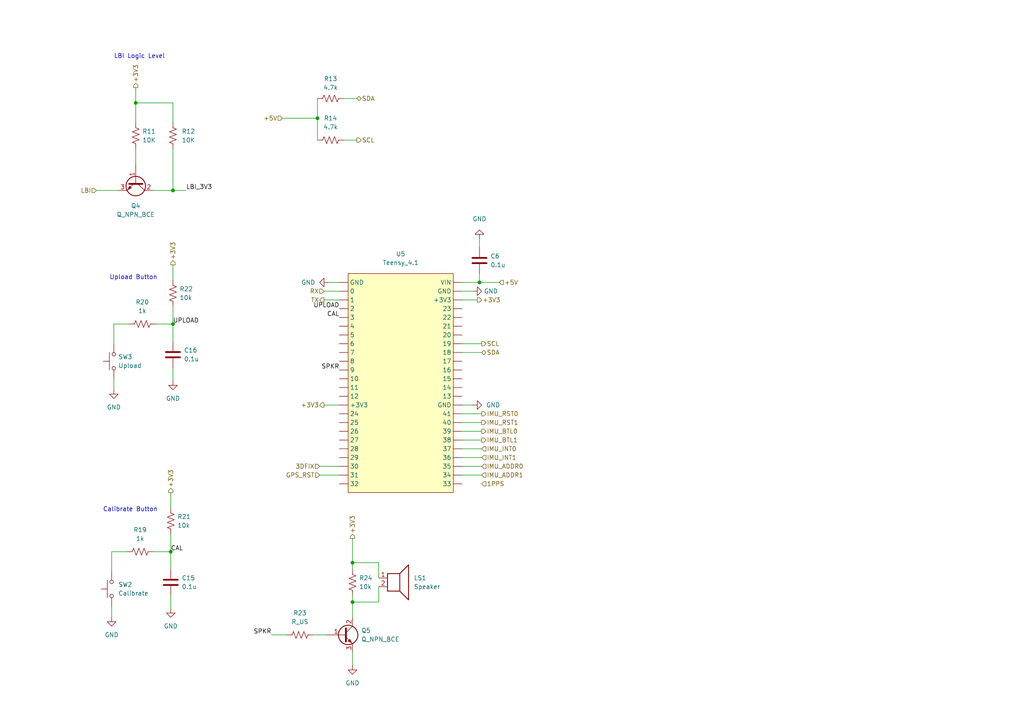
<source format=kicad_sch>
(kicad_sch (version 20211123) (generator eeschema)
  (paper "A4")
  (lib_symbols
    (symbol "Device:C" (pin_numbers hide) (pin_names (offset 0.254))
      (property "Reference" "C" (at 0.635 2.54 0))
      (property "Value" "C" (at 0.635 -2.54 0))
      (symbol "C_0_1"
        (polyline (pts (xy -2.032 -0.762) (xy 2.032 -0.762)) (stroke (width 0.508)))
        (polyline (pts (xy -2.032 0.762) (xy 2.032 0.762)) (stroke (width 0.508)))
      )
      (symbol "C_1_1"
        (pin passive line (at 0 3.81 270) (length 2.794) (name "~") (number "1"))
        (pin passive line (at 0 -3.81 90) (length 2.794) (name "~") (number "2"))
      )
    )
    (symbol "Device:Q_NPN_BCE" (pin_names (offset 0) hide)
      (property "Reference" "Q" (at 5.08 1.27 0))
      (property "Value" "Q_NPN_BCE" (at 5.08 -1.27 0))
      (symbol "Q_NPN_BCE_0_1"
        (polyline (pts (xy 0.635 0.635) (xy 2.54 2.54)))
        (polyline (pts (xy 0.635 -0.635) (xy 2.54 -2.54) (xy 2.54 -2.54)))
        (polyline (pts (xy 0.635 1.905) (xy 0.635 -1.905) (xy 0.635 -1.905)) (stroke (width 0.508)))
        (polyline (pts (xy 1.27 -1.778) (xy 1.778 -1.27) (xy 2.286 -2.286) (xy 1.27 -1.778) (xy 1.27 -1.778)) (fill (type outline)))
        (circle (center 1.27 0) (radius 2.8194) (stroke (width 0.254)))
      )
      (symbol "Q_NPN_BCE_1_1"
        (pin input line (at -5.08 0 0) (length 5.715) (name "B") (number "1"))
        (pin passive line (at 2.54 5.08 270) (length 2.54) (name "C") (number "2"))
        (pin passive line (at 2.54 -5.08 90) (length 2.54) (name "E") (number "3"))
      )
    )
    (symbol "Device:R_US" (pin_numbers hide) (pin_names (offset 0))
      (property "Reference" "R" (at 2.54 0 90))
      (property "Value" "R_US" (at -2.54 0 90))
      (symbol "R_US_0_1"
        (polyline (pts (xy 0 -2.286) (xy 0 -2.54)))
        (polyline (pts (xy 0 2.286) (xy 0 2.54)))
        (polyline (pts (xy 0 -0.762) (xy 1.016 -1.143) (xy 0 -1.524) (xy -1.016 -1.905) (xy 0 -2.286)))
        (polyline (pts (xy 0 0.762) (xy 1.016 0.381) (xy 0 0) (xy -1.016 -0.381) (xy 0 -0.762)))
        (polyline (pts (xy 0 2.286) (xy 1.016 1.905) (xy 0 1.524) (xy -1.016 1.143) (xy 0 0.762)))
      )
      (symbol "R_US_1_1"
        (pin passive line (at 0 3.81 270) (length 1.27) (name "~") (number "1"))
        (pin passive line (at 0 -3.81 90) (length 1.27) (name "~") (number "2"))
      )
    )
    (symbol "Device:Speaker" (pin_names (offset 0) hide)
      (property "Reference" "LS" (at 1.27 5.715 0))
      (property "Value" "Speaker" (at 1.27 3.81 0))
      (symbol "Speaker_0_0"
        (rectangle (start -2.54 1.27) (end 1.016 -3.81) (stroke (width 0.254)))
        (polyline (pts (xy 1.016 1.27) (xy 3.556 3.81) (xy 3.556 -6.35) (xy 1.016 -3.81)) (stroke (width 0.254)))
      )
      (symbol "Speaker_1_1"
        (pin input line (at -5.08 0 0) (length 2.54) (name "1") (number "1"))
        (pin input line (at -5.08 -2.54 0) (length 2.54) (name "2") (number "2"))
      )
    )
    (symbol "GAINS_PCB_SYMBOLS:Teensy_4.1"
      (property "Reference" "U" (at -5.08 -29.21 0))
      (property "Value" "Teensy_4.1" (at -5.08 -31.75 0))
      (symbol "Teensy_4.1_0_1"
        (rectangle (start -15.24 30.48) (end 15.24 -33.02) (fill (type background)))
      )
      (symbol "Teensy_4.1_1_1"
        (pin power_out line (at -17.78 -7.62 0) (length 2.54) (name "+3V3") (number ""))
        (pin power_out line (at 17.78 22.86 180) (length 2.54) (name "+3V3") (number ""))
        (pin bidirectional line (at -17.78 25.4 0) (length 2.54) (name "0") (number ""))
        (pin bidirectional line (at -17.78 22.86 0) (length 2.54) (name "1") (number ""))
        (pin bidirectional line (at -17.78 0 0) (length 2.54) (name "10") (number ""))
        (pin bidirectional line (at -17.78 -2.54 0) (length 2.54) (name "11") (number ""))
        (pin bidirectional line (at -17.78 -5.08 0) (length 2.54) (name "12") (number ""))
        (pin bidirectional line (at 17.78 -5.08 180) (length 2.54) (name "13") (number ""))
        (pin bidirectional line (at 17.78 -2.54 180) (length 2.54) (name "14") (number ""))
        (pin bidirectional line (at 17.78 0 180) (length 2.54) (name "15") (number ""))
        (pin bidirectional line (at 17.78 2.54 180) (length 2.54) (name "16") (number ""))
        (pin bidirectional line (at 17.78 5.08 180) (length 2.54) (name "17") (number ""))
        (pin bidirectional line (at 17.78 7.62 180) (length 2.54) (name "18") (number ""))
        (pin bidirectional line (at 17.78 10.16 180) (length 2.54) (name "19") (number ""))
        (pin bidirectional line (at -17.78 20.32 0) (length 2.54) (name "2") (number ""))
        (pin bidirectional line (at 17.78 12.7 180) (length 2.54) (name "20") (number ""))
        (pin bidirectional line (at 17.78 15.24 180) (length 2.54) (name "21") (number ""))
        (pin bidirectional line (at 17.78 17.78 180) (length 2.54) (name "22") (number ""))
        (pin bidirectional line (at 17.78 20.32 180) (length 2.54) (name "23") (number ""))
        (pin bidirectional line (at -17.78 -10.16 0) (length 2.54) (name "24") (number ""))
        (pin bidirectional line (at -17.78 -12.7 0) (length 2.54) (name "25") (number ""))
        (pin bidirectional line (at -17.78 -15.24 0) (length 2.54) (name "26") (number ""))
        (pin bidirectional line (at -17.78 -17.78 0) (length 2.54) (name "27") (number ""))
        (pin bidirectional line (at -17.78 -20.32 0) (length 2.54) (name "28") (number ""))
        (pin bidirectional line (at -17.78 -22.86 0) (length 2.54) (name "29") (number ""))
        (pin bidirectional line (at -17.78 17.78 0) (length 2.54) (name "3") (number ""))
        (pin bidirectional line (at -17.78 -25.4 0) (length 2.54) (name "30") (number ""))
        (pin bidirectional line (at -17.78 -27.94 0) (length 2.54) (name "31") (number ""))
        (pin bidirectional line (at -17.78 -30.48 0) (length 2.54) (name "32") (number ""))
        (pin bidirectional line (at 17.78 -30.48 180) (length 2.54) (name "33") (number ""))
        (pin bidirectional line (at 17.78 -27.94 180) (length 2.54) (name "34") (number ""))
        (pin bidirectional line (at 17.78 -25.4 180) (length 2.54) (name "35") (number ""))
        (pin bidirectional line (at 17.78 -22.86 180) (length 2.54) (name "36") (number ""))
        (pin bidirectional line (at 17.78 -20.32 180) (length 2.54) (name "37") (number ""))
        (pin bidirectional line (at 17.78 -17.78 180) (length 2.54) (name "38") (number ""))
        (pin bidirectional line (at 17.78 -15.24 180) (length 2.54) (name "39") (number ""))
        (pin bidirectional line (at -17.78 15.24 0) (length 2.54) (name "4") (number ""))
        (pin bidirectional line (at 17.78 -12.7 180) (length 2.54) (name "40") (number ""))
        (pin bidirectional line (at 17.78 -10.16 180) (length 2.54) (name "41") (number ""))
        (pin bidirectional line (at -17.78 12.7 0) (length 2.54) (name "5") (number ""))
        (pin bidirectional line (at -17.78 10.16 0) (length 2.54) (name "6") (number ""))
        (pin bidirectional line (at -17.78 7.62 0) (length 2.54) (name "7") (number ""))
        (pin bidirectional line (at -17.78 5.08 0) (length 2.54) (name "8") (number ""))
        (pin bidirectional line (at -17.78 2.54 0) (length 2.54) (name "9") (number ""))
        (pin passive line (at -17.78 27.94 0) (length 2.54) (name "GND") (number ""))
        (pin passive line (at 17.78 -7.62 180) (length 2.54) (name "GND") (number ""))
        (pin passive line (at 17.78 25.4 180) (length 2.54) (name "GND") (number ""))
        (pin power_in line (at 17.78 27.94 180) (length 2.54) (name "VIN") (number ""))
      )
    )
    (symbol "Switch:SW_Push" (pin_numbers hide) (pin_names (offset 1.016) hide)
      (property "Reference" "SW" (at 1.27 2.54 0))
      (property "Value" "SW_Push" (at 0 -1.524 0))
      (symbol "SW_Push_0_1"
        (circle (center -2.032 0) (radius 0.508))
        (polyline (pts (xy 0 1.27) (xy 0 3.048)))
        (polyline (pts (xy 2.54 1.27) (xy -2.54 1.27)))
        (circle (center 2.032 0) (radius 0.508))
        (pin passive line (at -5.08 0 0) (length 2.54) (name "1") (number "1"))
        (pin passive line (at 5.08 0 180) (length 2.54) (name "2") (number "2"))
      )
    )
    (symbol "power:GND" (power) (pin_names (offset 0))
      (property "Value" "GND" (at 0 -3.81 0))
      (symbol "GND_0_1"
        (polyline (pts (xy 0 0) (xy 0 -1.27) (xy 1.27 -1.27) (xy 0 -2.54) (xy -1.27 -1.27) (xy 0 -1.27)))
      )
      (symbol "GND_1_1"
        (pin power_in line (at 0 0 270) (length 0) hide (name "GND") (number "1"))
      )
    )
  )
  (junction (at 50.165 55.245))
  (junction (at 92.075 34.29))
  (junction (at 49.53 160.02))
  (junction (at 139.065 81.915))
  (junction (at 50.165 93.98))
  (junction (at 102.235 163.195))
  (junction (at 102.235 174.625))
  (junction (at 39.37 29.845))
  (wire (pts (xy 39.37 43.18) (xy 39.37 47.625)))
  (wire (pts (xy 33.02 109.855) (xy 33.02 113.03)))
  (wire (pts (xy 133.985 81.915) (xy 139.065 81.915)))
  (wire (pts (xy 39.37 25.4) (xy 39.37 29.845)))
  (wire (pts (xy 139.065 81.915) (xy 144.78 81.915)))
  (wire (pts (xy 81.915 34.29) (xy 92.075 34.29)))
  (wire (pts (xy 78.74 184.15) (xy 83.185 184.15)))
  (wire (pts (xy 109.855 174.625) (xy 109.855 170.18)))
  (wire (pts (xy 133.985 127.635) (xy 139.7 127.635)))
  (wire (pts (xy 133.985 125.095) (xy 139.7 125.095)))
  (wire (pts (xy 99.695 40.64) (xy 103.505 40.64)))
  (wire (pts (xy 49.53 160.02) (xy 49.53 165.1)))
  (wire (pts (xy 133.985 102.235) (xy 139.7 102.235)))
  (wire (pts (xy 49.53 142.875) (xy 49.53 147.32)))
  (wire (pts (xy 139.065 69.215) (xy 139.065 71.755)))
  (wire (pts (xy 133.985 117.475) (xy 137.16 117.475)))
  (wire (pts (xy 33.02 93.98) (xy 37.465 93.98)))
  (wire (pts (xy 50.165 35.56) (xy 50.165 29.845)))
  (wire (pts (xy 102.235 174.625) (xy 102.235 179.07)))
  (wire (pts (xy 50.165 55.245) (xy 53.975 55.245)))
  (wire (pts (xy 39.37 29.845) (xy 39.37 35.56)))
  (wire (pts (xy 50.165 93.98) (xy 50.165 99.06)))
  (wire (pts (xy 133.985 99.695) (xy 139.7 99.695)))
  (wire (pts (xy 50.165 43.18) (xy 50.165 55.245)))
  (wire (pts (xy 133.985 86.995) (xy 138.43 86.995)))
  (wire (pts (xy 92.075 34.29) (xy 92.075 28.575)))
  (wire (pts (xy 32.385 160.02) (xy 36.83 160.02)))
  (wire (pts (xy 102.235 189.23) (xy 102.235 193.04)))
  (wire (pts (xy 49.53 154.94) (xy 49.53 160.02)))
  (wire (pts (xy 93.98 117.475) (xy 98.425 117.475)))
  (wire (pts (xy 32.385 165.735) (xy 32.385 160.02)))
  (wire (pts (xy 92.71 135.255) (xy 98.425 135.255)))
  (wire (pts (xy 27.94 55.245) (xy 34.29 55.245)))
  (wire (pts (xy 93.98 86.995) (xy 98.425 86.995)))
  (wire (pts (xy 102.235 172.72) (xy 102.235 174.625)))
  (wire (pts (xy 133.985 135.255) (xy 139.7 135.255)))
  (wire (pts (xy 49.53 172.72) (xy 49.53 176.53)))
  (wire (pts (xy 109.855 167.64) (xy 109.855 163.195)))
  (wire (pts (xy 109.855 163.195) (xy 102.235 163.195)))
  (wire (pts (xy 50.165 76.835) (xy 50.165 81.28)))
  (wire (pts (xy 50.165 88.9) (xy 50.165 93.98)))
  (wire (pts (xy 44.45 55.245) (xy 50.165 55.245)))
  (wire (pts (xy 99.695 28.575) (xy 103.505 28.575)))
  (wire (pts (xy 92.075 34.29) (xy 92.075 40.64)))
  (wire (pts (xy 32.385 175.895) (xy 32.385 179.07)))
  (wire (pts (xy 50.165 29.845) (xy 39.37 29.845)))
  (wire (pts (xy 102.235 174.625) (xy 109.855 174.625)))
  (wire (pts (xy 45.085 93.98) (xy 50.165 93.98)))
  (wire (pts (xy 133.985 137.795) (xy 139.7 137.795)))
  (wire (pts (xy 92.71 137.795) (xy 98.425 137.795)))
  (wire (pts (xy 90.805 184.15) (xy 94.615 184.15)))
  (wire (pts (xy 133.985 122.555) (xy 139.7 122.555)))
  (wire (pts (xy 95.25 81.915) (xy 98.425 81.915)))
  (wire (pts (xy 50.165 106.68) (xy 50.165 110.49)))
  (wire (pts (xy 33.02 99.695) (xy 33.02 93.98)))
  (wire (pts (xy 133.985 120.015) (xy 139.7 120.015)))
  (wire (pts (xy 133.985 130.175) (xy 139.7 130.175)))
  (wire (pts (xy 133.985 84.455) (xy 137.16 84.455)))
  (wire (pts (xy 93.98 84.455) (xy 98.425 84.455)))
  (wire (pts (xy 139.065 79.375) (xy 139.065 81.915)))
  (wire (pts (xy 102.235 156.21) (xy 102.235 163.195)))
  (wire (pts (xy 102.235 163.195) (xy 102.235 165.1)))
  (wire (pts (xy 44.45 160.02) (xy 49.53 160.02)))
  (wire (pts (xy 133.985 132.715) (xy 139.7 132.715)))
  (text "Calibrate Button" (at 29.845 148.59 0) (effects (font (size 1.27 1.27)) (justify left bottom)))
  (text "Upload Button" (at 31.75 81.28 0) (effects (font (size 1.27 1.27)) (justify left bottom)))
  (text "LBI Logic Level" (at 33.02 17.145 0) (effects (font (size 1.27 1.27)) (justify left bottom)))
  (label "SPKR" (at 78.74 184.15 180))
  (label "CAL" (at 49.53 160.02 0))
  (label "CAL" (at 98.425 92.075 180))
  (label "SPKR" (at 98.425 107.315 180))
  (label "UPLOAD" (at 50.165 93.98 0))
  (label "LBI_3V3" (at 53.975 55.245 0))
  (label "UPLOAD" (at 98.425 89.535 180))
  (hierarchical_label "+3V3" (shape output) (at 102.235 156.21 90))
  (hierarchical_label "TX" (shape output) (at 93.98 86.995 180))
  (hierarchical_label "SCL" (shape output) (at 139.7 99.695 0))
  (hierarchical_label "IMU_RST0" (shape output) (at 139.7 120.015 0))
  (hierarchical_label "IMU_BTL0" (shape output) (at 139.7 125.095 0))
  (hierarchical_label "IMU_RST1" (shape output) (at 139.7 122.555 0))
  (hierarchical_label "+5V" (shape input) (at 144.78 81.915 0))
  (hierarchical_label "RX" (shape input) (at 93.98 84.455 180))
  (hierarchical_label "+3V3" (shape output) (at 93.98 117.475 180))
  (hierarchical_label "+5V" (shape input) (at 81.915 34.29 180))
  (hierarchical_label "IMU_ADDR1" (shape input) (at 139.7 137.795 0))
  (hierarchical_label "+3V3" (shape output) (at 39.37 25.4 90))
  (hierarchical_label "IMU_BTL1" (shape output) (at 139.7 127.635 0))
  (hierarchical_label "SDA" (shape bidirectional) (at 139.7 102.235 0))
  (hierarchical_label "3DFIX" (shape input) (at 92.71 135.255 180))
  (hierarchical_label "IMU_ADDR0" (shape input) (at 139.7 135.255 0))
  (hierarchical_label "+3V3" (shape output) (at 138.43 86.995 0))
  (hierarchical_label "IMU_INT0" (shape input) (at 139.7 130.175 0))
  (hierarchical_label "+3V3" (shape output) (at 49.53 142.875 90))
  (hierarchical_label "GPS_RST" (shape input) (at 92.71 137.795 180))
  (hierarchical_label "SCL" (shape output) (at 103.505 40.64 0))
  (hierarchical_label "+3V3" (shape output) (at 50.165 76.835 90))
  (hierarchical_label "1PPS" (shape input) (at 139.7 140.335 0))
  (hierarchical_label "LBI" (shape input) (at 27.94 55.245 180))
  (hierarchical_label "IMU_INT1" (shape input) (at 139.7 132.715 0))
  (hierarchical_label "SDA" (shape bidirectional) (at 103.505 28.575 0))
  (symbol (lib_id "Device:C") (at 49.53 168.91 0) (unit 1)
    (property "Reference" "C15" (at 52.705 167.6399 0) (effects (justify left)))
    (property "Value" "0.1u" (at 52.705 170.1799 0) (effects (justify left)))
  )
  (symbol (lib_id "Device:Q_NPN_BCE") (at 39.37 52.705 270) (unit 1)
    (property "Reference" "Q4" (at 39.37 59.69 90))
    (property "Value" "Q_NPN_BCE" (at 39.37 62.23 90))
  )
  (symbol (lib_id "Switch:SW_Push") (at 32.385 170.815 90) (unit 1)
    (property "Reference" "SW2" (at 34.29 169.5449 90) (effects (justify right)))
    (property "Value" "Calibrate" (at 34.29 172.0849 90) (effects (justify right)))
  )
  (symbol (lib_id "power:GND") (at 95.25 81.915 270) (unit 1)
    (property "Reference" "#PWR09" (effects hide))
    (property "Value" "GND" (at 91.44 81.9149 90) (effects (justify right)))
  )
  (symbol (lib_id "Device:R_US") (at 86.995 184.15 90) (unit 1)
    (property "Reference" "R23" (at 86.995 177.8 90))
    (property "Value" "R_US" (at 86.995 180.34 90))
  )
  (symbol (lib_id "Device:R_US") (at 49.53 151.13 0) (unit 1)
    (property "Reference" "R21" (at 51.435 149.8599 0) (effects (justify left)))
    (property "Value" "10k" (at 51.435 152.3999 0) (effects (justify left)))
  )
  (symbol (lib_id "Switch:SW_Push") (at 33.02 104.775 90) (unit 1)
    (property "Reference" "SW3" (at 34.29 103.5049 90) (effects (justify right)))
    (property "Value" "Upload" (at 34.29 106.0449 90) (effects (justify right)))
  )
  (symbol (lib_id "power:GND") (at 49.53 176.53 0) (unit 1)
    (property "Reference" "#PWR025" (effects hide))
    (property "Value" "GND" (at 49.53 181.61 0))
  )
  (symbol (lib_id "Device:C") (at 50.165 102.87 0) (unit 1)
    (property "Reference" "C16" (at 53.34 101.5999 0) (effects (justify left)))
    (property "Value" "0.1u" (at 53.34 104.1399 0) (effects (justify left)))
  )
  (symbol (lib_id "Device:R_US") (at 102.235 168.91 0) (unit 1)
    (property "Reference" "R24" (at 104.14 167.6399 0) (effects (justify left)))
    (property "Value" "10k" (at 104.14 170.1799 0) (effects (justify left)))
  )
  (symbol (lib_id "Device:R_US") (at 40.64 160.02 90) (unit 1)
    (property "Reference" "R19" (at 40.64 153.67 90))
    (property "Value" "1k" (at 40.64 156.21 90))
  )
  (symbol (lib_id "Device:R_US") (at 95.885 28.575 90) (unit 1)
    (property "Reference" "R13" (at 95.885 22.86 90))
    (property "Value" "4.7k" (at 95.885 25.4 90))
  )
  (symbol (lib_id "power:GND") (at 32.385 179.07 0) (unit 1)
    (property "Reference" "#PWR023" (effects hide))
    (property "Value" "GND" (at 32.385 184.15 0))
  )
  (symbol (lib_id "Device:R_US") (at 41.275 93.98 90) (unit 1)
    (property "Reference" "R20" (at 41.275 87.63 90))
    (property "Value" "1k" (at 41.275 90.17 90))
  )
  (symbol (lib_id "Device:R_US") (at 50.165 85.09 0) (unit 1)
    (property "Reference" "R22" (at 52.07 83.8199 0) (effects (justify left)))
    (property "Value" "10k" (at 52.07 86.3599 0) (effects (justify left)))
  )
  (symbol (lib_id "power:GND") (at 50.165 110.49 0) (unit 1)
    (property "Reference" "#PWR026" (effects hide))
    (property "Value" "GND" (at 50.165 115.57 0))
  )
  (symbol (lib_id "Device:C") (at 139.065 75.565 0) (unit 1)
    (property "Reference" "C6" (at 142.24 74.2949 0) (effects (justify left)))
    (property "Value" "0.1u" (at 142.24 76.8349 0) (effects (justify left)))
  )
  (symbol (lib_id "Device:R_US") (at 50.165 39.37 0) (unit 1)
    (property "Reference" "R12" (at 52.705 38.0999 0) (effects (justify left)))
    (property "Value" "10K" (at 52.705 40.6399 0) (effects (justify left)))
  )
  (symbol (lib_id "Device:Speaker") (at 114.935 167.64 0) (unit 1)
    (property "Reference" "LS1" (at 120.015 167.6399 0) (effects (justify left)))
    (property "Value" "Speaker" (at 120.015 170.1799 0) (effects (justify left)))
  )
  (symbol (lib_id "Device:R_US") (at 39.37 39.37 0) (unit 1)
    (property "Reference" "R11" (at 41.275 38.0999 0) (effects (justify left)))
    (property "Value" "10K" (at 41.275 40.6399 0) (effects (justify left)))
  )
  (symbol (lib_id "power:GND") (at 102.235 193.04 0) (unit 1)
    (property "Reference" "#PWR027" (effects hide))
    (property "Value" "GND" (at 102.235 198.12 0))
  )
  (symbol (lib_id "Device:R_US") (at 95.885 40.64 90) (unit 1)
    (property "Reference" "R14" (at 95.885 34.29 90))
    (property "Value" "4.7k" (at 95.885 36.83 90))
  )
  (symbol (lib_id "power:GND") (at 137.16 84.455 90) (unit 1)
    (property "Reference" "#PWR010" (effects hide))
    (property "Value" "GND" (at 140.335 84.4549 90) (effects (justify right)))
  )
  (symbol (lib_id "Device:Q_NPN_BCE") (at 99.695 184.15 0) (unit 1)
    (property "Reference" "Q5" (at 104.775 182.8799 0) (effects (justify left)))
    (property "Value" "Q_NPN_BCE" (at 104.775 185.4199 0) (effects (justify left)))
  )
  (symbol (lib_id "power:GND") (at 33.02 113.03 0) (unit 1)
    (property "Reference" "#PWR024" (effects hide))
    (property "Value" "GND" (at 33.02 118.11 0))
  )
  (symbol (lib_id "power:GND") (at 137.16 117.475 90) (unit 1)
    (property "Reference" "#PWR011" (effects hide))
    (property "Value" "GND" (at 140.97 117.4749 90) (effects (justify right)))
  )
  (symbol (lib_id "power:GND") (at 139.065 69.215 180) (unit 1)
    (property "Reference" "#PWR012" (effects hide))
    (property "Value" "GND" (at 139.065 63.5 0))
  )
  (symbol (lib_id "GAINS_PCB_SYMBOLS:Teensy_4.1") (at 116.205 109.855 0) (unit 1)
    (property "Reference" "U5" (at 116.205 73.66 0))
    (property "Value" "Teensy_4.1" (at 116.205 76.2 0))
  )
)
</source>
